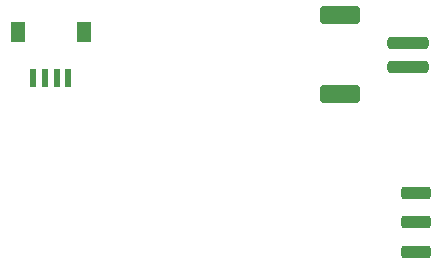
<source format=gbr>
%TF.GenerationSoftware,KiCad,Pcbnew,9.0.0*%
%TF.CreationDate,2025-05-17T10:00:07-07:00*%
%TF.ProjectId,nnv2-toupee,6e6e7632-2d74-46f7-9570-65652e6b6963,rev?*%
%TF.SameCoordinates,Original*%
%TF.FileFunction,Paste,Bot*%
%TF.FilePolarity,Positive*%
%FSLAX46Y46*%
G04 Gerber Fmt 4.6, Leading zero omitted, Abs format (unit mm)*
G04 Created by KiCad (PCBNEW 9.0.0) date 2025-05-17 10:00:07*
%MOMM*%
%LPD*%
G01*
G04 APERTURE LIST*
G04 Aperture macros list*
%AMRoundRect*
0 Rectangle with rounded corners*
0 $1 Rounding radius*
0 $2 $3 $4 $5 $6 $7 $8 $9 X,Y pos of 4 corners*
0 Add a 4 corners polygon primitive as box body*
4,1,4,$2,$3,$4,$5,$6,$7,$8,$9,$2,$3,0*
0 Add four circle primitives for the rounded corners*
1,1,$1+$1,$2,$3*
1,1,$1+$1,$4,$5*
1,1,$1+$1,$6,$7*
1,1,$1+$1,$8,$9*
0 Add four rect primitives between the rounded corners*
20,1,$1+$1,$2,$3,$4,$5,0*
20,1,$1+$1,$4,$5,$6,$7,0*
20,1,$1+$1,$6,$7,$8,$9,0*
20,1,$1+$1,$8,$9,$2,$3,0*%
G04 Aperture macros list end*
%ADD10R,0.600000X1.550000*%
%ADD11R,1.200000X1.800000*%
%ADD12RoundRect,0.200000X-1.050000X0.300000X-1.050000X-0.300000X1.050000X-0.300000X1.050000X0.300000X0*%
%ADD13RoundRect,0.250000X1.500000X-0.250000X1.500000X0.250000X-1.500000X0.250000X-1.500000X-0.250000X0*%
%ADD14RoundRect,0.250001X1.449999X-0.499999X1.449999X0.499999X-1.449999X0.499999X-1.449999X-0.499999X0*%
G04 APERTURE END LIST*
D10*
%TO.C,J2*%
X175390000Y-74300000D03*
X176390000Y-74300000D03*
X177390000Y-74300000D03*
X178390000Y-74300000D03*
D11*
X174090000Y-70400000D03*
X179690000Y-70400000D03*
%TD*%
D12*
%TO.C,SW1*%
X207850000Y-84020000D03*
X207850000Y-86520000D03*
X207850000Y-89020000D03*
%TD*%
D13*
%TO.C,J1*%
X207130000Y-73340000D03*
X207130000Y-71340000D03*
D14*
X201380000Y-75690000D03*
X201380000Y-68990000D03*
%TD*%
M02*

</source>
